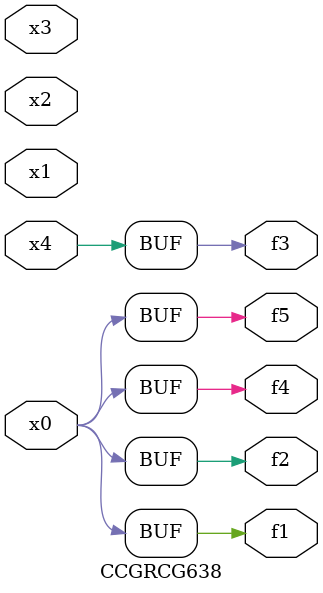
<source format=v>
module CCGRCG638(
	input x0, x1, x2, x3, x4,
	output f1, f2, f3, f4, f5
);
	assign f1 = x0;
	assign f2 = x0;
	assign f3 = x4;
	assign f4 = x0;
	assign f5 = x0;
endmodule

</source>
